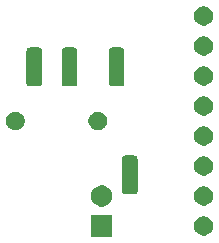
<source format=gbr>
G04 #@! TF.GenerationSoftware,KiCad,Pcbnew,(5.1.5)-3*
G04 #@! TF.CreationDate,2020-12-21T12:35:23+01:00*
G04 #@! TF.ProjectId,epimetheus_mpu6050,6570696d-6574-4686-9575-735f6d707536,rev?*
G04 #@! TF.SameCoordinates,Original*
G04 #@! TF.FileFunction,Soldermask,Top*
G04 #@! TF.FilePolarity,Negative*
%FSLAX46Y46*%
G04 Gerber Fmt 4.6, Leading zero omitted, Abs format (unit mm)*
G04 Created by KiCad (PCBNEW (5.1.5)-3) date 2020-12-21 12:35:23*
%MOMM*%
%LPD*%
G04 APERTURE LIST*
%ADD10C,0.100000*%
G04 APERTURE END LIST*
D10*
G36*
X171589000Y-40779000D02*
G01*
X169787000Y-40779000D01*
X169787000Y-38977000D01*
X171589000Y-38977000D01*
X171589000Y-40779000D01*
G37*
G36*
X179561142Y-39096242D02*
G01*
X179709101Y-39157529D01*
X179842255Y-39246499D01*
X179955501Y-39359745D01*
X180044471Y-39492899D01*
X180105758Y-39640858D01*
X180137000Y-39797925D01*
X180137000Y-39958075D01*
X180105758Y-40115142D01*
X180044471Y-40263101D01*
X179955501Y-40396255D01*
X179842255Y-40509501D01*
X179709101Y-40598471D01*
X179561142Y-40659758D01*
X179404075Y-40691000D01*
X179243925Y-40691000D01*
X179086858Y-40659758D01*
X178938899Y-40598471D01*
X178805745Y-40509501D01*
X178692499Y-40396255D01*
X178603529Y-40263101D01*
X178542242Y-40115142D01*
X178511000Y-39958075D01*
X178511000Y-39797925D01*
X178542242Y-39640858D01*
X178603529Y-39492899D01*
X178692499Y-39359745D01*
X178805745Y-39246499D01*
X178938899Y-39157529D01*
X179086858Y-39096242D01*
X179243925Y-39065000D01*
X179404075Y-39065000D01*
X179561142Y-39096242D01*
G37*
G36*
X170801512Y-36441927D02*
G01*
X170950812Y-36471624D01*
X171114784Y-36539544D01*
X171262354Y-36638147D01*
X171387853Y-36763646D01*
X171486456Y-36911216D01*
X171554376Y-37075188D01*
X171589000Y-37249259D01*
X171589000Y-37426741D01*
X171554376Y-37600812D01*
X171486456Y-37764784D01*
X171387853Y-37912354D01*
X171262354Y-38037853D01*
X171114784Y-38136456D01*
X170950812Y-38204376D01*
X170801512Y-38234073D01*
X170776742Y-38239000D01*
X170599258Y-38239000D01*
X170574488Y-38234073D01*
X170425188Y-38204376D01*
X170261216Y-38136456D01*
X170113646Y-38037853D01*
X169988147Y-37912354D01*
X169889544Y-37764784D01*
X169821624Y-37600812D01*
X169787000Y-37426741D01*
X169787000Y-37249259D01*
X169821624Y-37075188D01*
X169889544Y-36911216D01*
X169988147Y-36763646D01*
X170113646Y-36638147D01*
X170261216Y-36539544D01*
X170425188Y-36471624D01*
X170574488Y-36441927D01*
X170599258Y-36437000D01*
X170776742Y-36437000D01*
X170801512Y-36441927D01*
G37*
G36*
X179561142Y-36556242D02*
G01*
X179709101Y-36617529D01*
X179842255Y-36706499D01*
X179955501Y-36819745D01*
X180044471Y-36952899D01*
X180105758Y-37100858D01*
X180137000Y-37257925D01*
X180137000Y-37418075D01*
X180105758Y-37575142D01*
X180044471Y-37723101D01*
X179955501Y-37856255D01*
X179842255Y-37969501D01*
X179709101Y-38058471D01*
X179561142Y-38119758D01*
X179404075Y-38151000D01*
X179243925Y-38151000D01*
X179086858Y-38119758D01*
X178938899Y-38058471D01*
X178805745Y-37969501D01*
X178692499Y-37856255D01*
X178603529Y-37723101D01*
X178542242Y-37575142D01*
X178511000Y-37418075D01*
X178511000Y-37257925D01*
X178542242Y-37100858D01*
X178603529Y-36952899D01*
X178692499Y-36819745D01*
X178805745Y-36706499D01*
X178938899Y-36617529D01*
X179086858Y-36556242D01*
X179243925Y-36525000D01*
X179404075Y-36525000D01*
X179561142Y-36556242D01*
G37*
G36*
X173512192Y-33914646D02*
G01*
X173561414Y-33929578D01*
X173606778Y-33953826D01*
X173646542Y-33986458D01*
X173679174Y-34026222D01*
X173703422Y-34071586D01*
X173718354Y-34120808D01*
X173724000Y-34178140D01*
X173724000Y-36941860D01*
X173718354Y-36999192D01*
X173703422Y-37048414D01*
X173679174Y-37093778D01*
X173646542Y-37133542D01*
X173606778Y-37166174D01*
X173561414Y-37190422D01*
X173512192Y-37205354D01*
X173454860Y-37211000D01*
X172691140Y-37211000D01*
X172633808Y-37205354D01*
X172584586Y-37190422D01*
X172539222Y-37166174D01*
X172499458Y-37133542D01*
X172466826Y-37093778D01*
X172442578Y-37048414D01*
X172427646Y-36999192D01*
X172422000Y-36941860D01*
X172422000Y-34178140D01*
X172427646Y-34120808D01*
X172442578Y-34071586D01*
X172466826Y-34026222D01*
X172499458Y-33986458D01*
X172539222Y-33953826D01*
X172584586Y-33929578D01*
X172633808Y-33914646D01*
X172691140Y-33909000D01*
X173454860Y-33909000D01*
X173512192Y-33914646D01*
G37*
G36*
X179561142Y-34016242D02*
G01*
X179709101Y-34077529D01*
X179842255Y-34166499D01*
X179955501Y-34279745D01*
X180044471Y-34412899D01*
X180105758Y-34560858D01*
X180137000Y-34717925D01*
X180137000Y-34878075D01*
X180105758Y-35035142D01*
X180044471Y-35183101D01*
X179955501Y-35316255D01*
X179842255Y-35429501D01*
X179709101Y-35518471D01*
X179561142Y-35579758D01*
X179404075Y-35611000D01*
X179243925Y-35611000D01*
X179086858Y-35579758D01*
X178938899Y-35518471D01*
X178805745Y-35429501D01*
X178692499Y-35316255D01*
X178603529Y-35183101D01*
X178542242Y-35035142D01*
X178511000Y-34878075D01*
X178511000Y-34717925D01*
X178542242Y-34560858D01*
X178603529Y-34412899D01*
X178692499Y-34279745D01*
X178805745Y-34166499D01*
X178938899Y-34077529D01*
X179086858Y-34016242D01*
X179243925Y-33985000D01*
X179404075Y-33985000D01*
X179561142Y-34016242D01*
G37*
G36*
X179561142Y-31476242D02*
G01*
X179709101Y-31537529D01*
X179842255Y-31626499D01*
X179955501Y-31739745D01*
X180044471Y-31872899D01*
X180105758Y-32020858D01*
X180137000Y-32177925D01*
X180137000Y-32338075D01*
X180105758Y-32495142D01*
X180044471Y-32643101D01*
X179955501Y-32776255D01*
X179842255Y-32889501D01*
X179709101Y-32978471D01*
X179561142Y-33039758D01*
X179404075Y-33071000D01*
X179243925Y-33071000D01*
X179086858Y-33039758D01*
X178938899Y-32978471D01*
X178805745Y-32889501D01*
X178692499Y-32776255D01*
X178603529Y-32643101D01*
X178542242Y-32495142D01*
X178511000Y-32338075D01*
X178511000Y-32177925D01*
X178542242Y-32020858D01*
X178603529Y-31872899D01*
X178692499Y-31739745D01*
X178805745Y-31626499D01*
X178938899Y-31537529D01*
X179086858Y-31476242D01*
X179243925Y-31445000D01*
X179404075Y-31445000D01*
X179561142Y-31476242D01*
G37*
G36*
X163606642Y-30217781D02*
G01*
X163752414Y-30278162D01*
X163752416Y-30278163D01*
X163883608Y-30365822D01*
X163995178Y-30477392D01*
X164010122Y-30499758D01*
X164082838Y-30608586D01*
X164143219Y-30754358D01*
X164174000Y-30909107D01*
X164174000Y-31066893D01*
X164143219Y-31221642D01*
X164082838Y-31367414D01*
X164082837Y-31367416D01*
X163995178Y-31498608D01*
X163883608Y-31610178D01*
X163752416Y-31697837D01*
X163752415Y-31697838D01*
X163752414Y-31697838D01*
X163606642Y-31758219D01*
X163451893Y-31789000D01*
X163294107Y-31789000D01*
X163139358Y-31758219D01*
X162993586Y-31697838D01*
X162993585Y-31697838D01*
X162993584Y-31697837D01*
X162862392Y-31610178D01*
X162750822Y-31498608D01*
X162663163Y-31367416D01*
X162663162Y-31367414D01*
X162602781Y-31221642D01*
X162572000Y-31066893D01*
X162572000Y-30909107D01*
X162602781Y-30754358D01*
X162663162Y-30608586D01*
X162735878Y-30499758D01*
X162750822Y-30477392D01*
X162862392Y-30365822D01*
X162993584Y-30278163D01*
X162993586Y-30278162D01*
X163139358Y-30217781D01*
X163294107Y-30187000D01*
X163451893Y-30187000D01*
X163606642Y-30217781D01*
G37*
G36*
X170606642Y-30217781D02*
G01*
X170752414Y-30278162D01*
X170752416Y-30278163D01*
X170883608Y-30365822D01*
X170995178Y-30477392D01*
X171010122Y-30499758D01*
X171082838Y-30608586D01*
X171143219Y-30754358D01*
X171174000Y-30909107D01*
X171174000Y-31066893D01*
X171143219Y-31221642D01*
X171082838Y-31367414D01*
X171082837Y-31367416D01*
X170995178Y-31498608D01*
X170883608Y-31610178D01*
X170752416Y-31697837D01*
X170752415Y-31697838D01*
X170752414Y-31697838D01*
X170606642Y-31758219D01*
X170451893Y-31789000D01*
X170294107Y-31789000D01*
X170139358Y-31758219D01*
X169993586Y-31697838D01*
X169993585Y-31697838D01*
X169993584Y-31697837D01*
X169862392Y-31610178D01*
X169750822Y-31498608D01*
X169663163Y-31367416D01*
X169663162Y-31367414D01*
X169602781Y-31221642D01*
X169572000Y-31066893D01*
X169572000Y-30909107D01*
X169602781Y-30754358D01*
X169663162Y-30608586D01*
X169735878Y-30499758D01*
X169750822Y-30477392D01*
X169862392Y-30365822D01*
X169993584Y-30278163D01*
X169993586Y-30278162D01*
X170139358Y-30217781D01*
X170294107Y-30187000D01*
X170451893Y-30187000D01*
X170606642Y-30217781D01*
G37*
G36*
X179561142Y-28936242D02*
G01*
X179709101Y-28997529D01*
X179842255Y-29086499D01*
X179955501Y-29199745D01*
X180044471Y-29332899D01*
X180105758Y-29480858D01*
X180137000Y-29637925D01*
X180137000Y-29798075D01*
X180105758Y-29955142D01*
X180044471Y-30103101D01*
X179955501Y-30236255D01*
X179842255Y-30349501D01*
X179709101Y-30438471D01*
X179561142Y-30499758D01*
X179404075Y-30531000D01*
X179243925Y-30531000D01*
X179086858Y-30499758D01*
X178938899Y-30438471D01*
X178805745Y-30349501D01*
X178692499Y-30236255D01*
X178603529Y-30103101D01*
X178542242Y-29955142D01*
X178511000Y-29798075D01*
X178511000Y-29637925D01*
X178542242Y-29480858D01*
X178603529Y-29332899D01*
X178692499Y-29199745D01*
X178805745Y-29086499D01*
X178938899Y-28997529D01*
X179086858Y-28936242D01*
X179243925Y-28905000D01*
X179404075Y-28905000D01*
X179561142Y-28936242D01*
G37*
G36*
X172397192Y-24770646D02*
G01*
X172446414Y-24785578D01*
X172491778Y-24809826D01*
X172531542Y-24842458D01*
X172564174Y-24882222D01*
X172588422Y-24927586D01*
X172603354Y-24976808D01*
X172609000Y-25034140D01*
X172609000Y-27797860D01*
X172603354Y-27855192D01*
X172588422Y-27904414D01*
X172564174Y-27949778D01*
X172531542Y-27989542D01*
X172491778Y-28022174D01*
X172446414Y-28046422D01*
X172397192Y-28061354D01*
X172339860Y-28067000D01*
X171576140Y-28067000D01*
X171518808Y-28061354D01*
X171469586Y-28046422D01*
X171424222Y-28022174D01*
X171384458Y-27989542D01*
X171351826Y-27949778D01*
X171327578Y-27904414D01*
X171312646Y-27855192D01*
X171307000Y-27797860D01*
X171307000Y-25034140D01*
X171312646Y-24976808D01*
X171327578Y-24927586D01*
X171351826Y-24882222D01*
X171384458Y-24842458D01*
X171424222Y-24809826D01*
X171469586Y-24785578D01*
X171518808Y-24770646D01*
X171576140Y-24765000D01*
X172339860Y-24765000D01*
X172397192Y-24770646D01*
G37*
G36*
X168412192Y-24770646D02*
G01*
X168461414Y-24785578D01*
X168506778Y-24809826D01*
X168546542Y-24842458D01*
X168579174Y-24882222D01*
X168603422Y-24927586D01*
X168618354Y-24976808D01*
X168624000Y-25034140D01*
X168624000Y-27797860D01*
X168618354Y-27855192D01*
X168603422Y-27904414D01*
X168579174Y-27949778D01*
X168546542Y-27989542D01*
X168506778Y-28022174D01*
X168461414Y-28046422D01*
X168412192Y-28061354D01*
X168354860Y-28067000D01*
X167591140Y-28067000D01*
X167533808Y-28061354D01*
X167484586Y-28046422D01*
X167439222Y-28022174D01*
X167399458Y-27989542D01*
X167366826Y-27949778D01*
X167342578Y-27904414D01*
X167327646Y-27855192D01*
X167322000Y-27797860D01*
X167322000Y-25034140D01*
X167327646Y-24976808D01*
X167342578Y-24927586D01*
X167366826Y-24882222D01*
X167399458Y-24842458D01*
X167439222Y-24809826D01*
X167484586Y-24785578D01*
X167533808Y-24770646D01*
X167591140Y-24765000D01*
X168354860Y-24765000D01*
X168412192Y-24770646D01*
G37*
G36*
X165412192Y-24770646D02*
G01*
X165461414Y-24785578D01*
X165506778Y-24809826D01*
X165546542Y-24842458D01*
X165579174Y-24882222D01*
X165603422Y-24927586D01*
X165618354Y-24976808D01*
X165624000Y-25034140D01*
X165624000Y-27797860D01*
X165618354Y-27855192D01*
X165603422Y-27904414D01*
X165579174Y-27949778D01*
X165546542Y-27989542D01*
X165506778Y-28022174D01*
X165461414Y-28046422D01*
X165412192Y-28061354D01*
X165354860Y-28067000D01*
X164591140Y-28067000D01*
X164533808Y-28061354D01*
X164484586Y-28046422D01*
X164439222Y-28022174D01*
X164399458Y-27989542D01*
X164366826Y-27949778D01*
X164342578Y-27904414D01*
X164327646Y-27855192D01*
X164322000Y-27797860D01*
X164322000Y-25034140D01*
X164327646Y-24976808D01*
X164342578Y-24927586D01*
X164366826Y-24882222D01*
X164399458Y-24842458D01*
X164439222Y-24809826D01*
X164484586Y-24785578D01*
X164533808Y-24770646D01*
X164591140Y-24765000D01*
X165354860Y-24765000D01*
X165412192Y-24770646D01*
G37*
G36*
X179561142Y-26396242D02*
G01*
X179709101Y-26457529D01*
X179842255Y-26546499D01*
X179955501Y-26659745D01*
X180044471Y-26792899D01*
X180105758Y-26940858D01*
X180137000Y-27097925D01*
X180137000Y-27258075D01*
X180105758Y-27415142D01*
X180044471Y-27563101D01*
X179955501Y-27696255D01*
X179842255Y-27809501D01*
X179709101Y-27898471D01*
X179561142Y-27959758D01*
X179404075Y-27991000D01*
X179243925Y-27991000D01*
X179086858Y-27959758D01*
X178938899Y-27898471D01*
X178805745Y-27809501D01*
X178692499Y-27696255D01*
X178603529Y-27563101D01*
X178542242Y-27415142D01*
X178511000Y-27258075D01*
X178511000Y-27097925D01*
X178542242Y-26940858D01*
X178603529Y-26792899D01*
X178692499Y-26659745D01*
X178805745Y-26546499D01*
X178938899Y-26457529D01*
X179086858Y-26396242D01*
X179243925Y-26365000D01*
X179404075Y-26365000D01*
X179561142Y-26396242D01*
G37*
G36*
X179561142Y-23856242D02*
G01*
X179709101Y-23917529D01*
X179842255Y-24006499D01*
X179955501Y-24119745D01*
X180044471Y-24252899D01*
X180105758Y-24400858D01*
X180137000Y-24557925D01*
X180137000Y-24718075D01*
X180105758Y-24875142D01*
X180044471Y-25023101D01*
X179955501Y-25156255D01*
X179842255Y-25269501D01*
X179709101Y-25358471D01*
X179561142Y-25419758D01*
X179404075Y-25451000D01*
X179243925Y-25451000D01*
X179086858Y-25419758D01*
X178938899Y-25358471D01*
X178805745Y-25269501D01*
X178692499Y-25156255D01*
X178603529Y-25023101D01*
X178542242Y-24875142D01*
X178511000Y-24718075D01*
X178511000Y-24557925D01*
X178542242Y-24400858D01*
X178603529Y-24252899D01*
X178692499Y-24119745D01*
X178805745Y-24006499D01*
X178938899Y-23917529D01*
X179086858Y-23856242D01*
X179243925Y-23825000D01*
X179404075Y-23825000D01*
X179561142Y-23856242D01*
G37*
G36*
X179561142Y-21316242D02*
G01*
X179709101Y-21377529D01*
X179842255Y-21466499D01*
X179955501Y-21579745D01*
X180044471Y-21712899D01*
X180105758Y-21860858D01*
X180137000Y-22017925D01*
X180137000Y-22178075D01*
X180105758Y-22335142D01*
X180044471Y-22483101D01*
X179955501Y-22616255D01*
X179842255Y-22729501D01*
X179709101Y-22818471D01*
X179561142Y-22879758D01*
X179404075Y-22911000D01*
X179243925Y-22911000D01*
X179086858Y-22879758D01*
X178938899Y-22818471D01*
X178805745Y-22729501D01*
X178692499Y-22616255D01*
X178603529Y-22483101D01*
X178542242Y-22335142D01*
X178511000Y-22178075D01*
X178511000Y-22017925D01*
X178542242Y-21860858D01*
X178603529Y-21712899D01*
X178692499Y-21579745D01*
X178805745Y-21466499D01*
X178938899Y-21377529D01*
X179086858Y-21316242D01*
X179243925Y-21285000D01*
X179404075Y-21285000D01*
X179561142Y-21316242D01*
G37*
M02*

</source>
